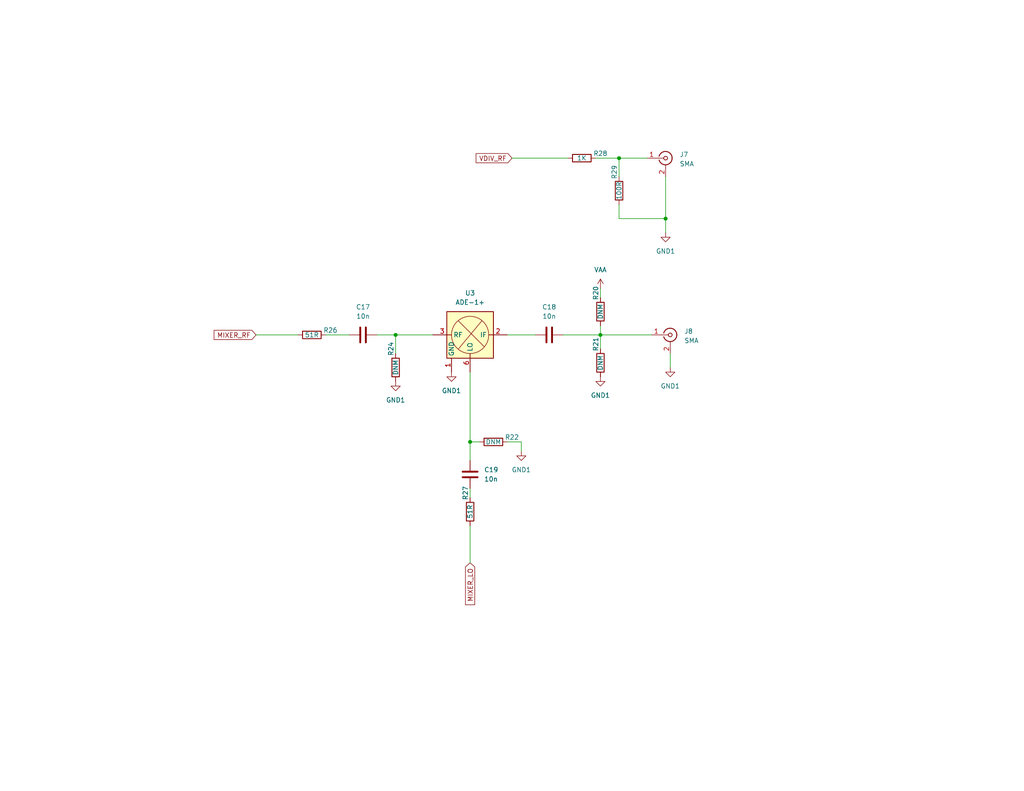
<source format=kicad_sch>
(kicad_sch (version 20231120) (generator "eeschema") (generator_version "8.0")
  (paper "USLetter")
  (lib_symbols
    (symbol "Connector:Conn_Coaxial" (pin_names (offset 1.016) hide)
      (property "Reference" "J" (at 0.254 3.048 0))
      (property "Value" "Conn_Coaxial" (at 2.921 0 90))
      (symbol "Conn_Coaxial_0_1"
        (arc (start -1.778 -0.508) (mid 0.2311 -1.8066) (end 1.778 0) (stroke (width 0.254)))
        (polyline (pts (xy -2.54 0) (xy -0.508 0)))
        (polyline (pts (xy 0 -2.54) (xy 0 -1.778)))
        (circle (center 0 0) (radius 0.508) (stroke (width 0.2032)))
        (arc (start 1.778 0) (mid 0.2099 1.8101) (end -1.778 0.508) (stroke (width 0.254)))
      )
      (symbol "Conn_Coaxial_1_1"
        (pin passive line (at -5.08 0 0) (length 2.54) (name "In") (number "1"))
        (pin passive line (at 0 -5.08 90) (length 2.54) (name "Ext") (number "2"))
      )
    )
    (symbol "Device:C" (pin_numbers hide) (pin_names (offset 0.254))
      (property "Reference" "C" (at 0.635 2.54 0))
      (property "Value" "C" (at 0.635 -2.54 0))
      (symbol "C_0_1"
        (polyline (pts (xy -2.032 -0.762) (xy 2.032 -0.762)) (stroke (width 0.508)))
        (polyline (pts (xy -2.032 0.762) (xy 2.032 0.762)) (stroke (width 0.508)))
      )
      (symbol "C_1_1"
        (pin passive line (at 0 3.81 270) (length 2.794) (name "~") (number "1"))
        (pin passive line (at 0 -3.81 90) (length 2.794) (name "~") (number "2"))
      )
    )
    (symbol "Device:R" (pin_numbers hide) (pin_names (offset 0))
      (property "Reference" "R" (at 2.032 0 90))
      (property "Value" "R" (at 0 0 90))
      (symbol "R_0_1"
        (rectangle (start -1.016 -2.54) (end 1.016 2.54) (stroke (width 0.254)))
      )
      (symbol "R_1_1"
        (pin passive line (at 0 3.81 270) (length 1.27) (name "~") (number "1"))
        (pin passive line (at 0 -3.81 90) (length 1.27) (name "~") (number "2"))
      )
    )
    (symbol "RF_Mixer:ADE-6"
      (property "Reference" "U" (at -6.35 7.62 0))
      (property "Value" "ADE-6" (at 6.35 7.62 0))
      (symbol "ADE-6_0_1"
        (rectangle (start -6.35 6.35) (end 6.35 -6.35) (stroke (width 0.254)) (fill (type background)))
        (polyline (pts (xy -3.175 -3.81) (xy 3.175 3.81)))
        (polyline (pts (xy 3.81 -3.175) (xy -3.175 3.81)))
        (circle (center 0 0) (radius 5.08))
      )
      (symbol "ADE-6_1_1"
        (pin power_in line (at -5.08 -10.16 90) (length 3.81) (name "GND") (number "1"))
        (pin output line (at 10.16 0 180) (length 5.08) (name "IF") (number "2"))
        (pin input line (at -10.16 0 0) (length 5.08) (name "RF") (number "3"))
        (pin passive line (at -5.08 -10.16 90) (length 3.81) hide (name "GND") (number "4"))
        (pin passive line (at -5.08 -10.16 90) (length 3.81) hide (name "GND") (number "5"))
        (pin input line (at 0 -10.16 90) (length 5.08) (name "LO") (number "6"))
      )
    )
    (symbol "power:GND1" (power) (pin_names (offset 0))
      (property "Value" "GND1" (at 0 -3.81 0))
      (symbol "GND1_0_1"
        (polyline (pts (xy 0 0) (xy 0 -1.27) (xy 1.27 -1.27) (xy 0 -2.54) (xy -1.27 -1.27) (xy 0 -1.27)))
      )
      (symbol "GND1_1_1"
        (pin power_in line (at 0 0 270) (length 0) hide (name "GND1") (number "1"))
      )
    )
    (symbol "power:VAA" (power) (pin_names (offset 0))
      (property "Value" "VAA" (at 0 3.81 0))
      (symbol "VAA_0_1"
        (polyline (pts (xy -0.762 1.27) (xy 0 2.54)))
        (polyline (pts (xy 0 0) (xy 0 2.54)))
        (polyline (pts (xy 0 2.54) (xy 0.762 1.27)))
      )
      (symbol "VAA_1_1"
        (pin power_in line (at 0 0 90) (length 0) hide (name "VAA") (number "1"))
      )
    )
  )
  (junction (at 163.83 91.44))
  (junction (at 128.27 120.65))
  (junction (at 107.95 91.44))
  (junction (at 181.61 59.69))
  (junction (at 168.91 43.18))
  (wire (pts (xy 168.91 59.69) (xy 168.91 55.88)))
  (wire (pts (xy 142.24 123.19) (xy 142.24 120.65)))
  (wire (pts (xy 181.61 59.69) (xy 181.61 63.5)))
  (wire (pts (xy 128.27 120.65) (xy 128.27 125.73)))
  (wire (pts (xy 138.43 120.65) (xy 142.24 120.65)))
  (wire (pts (xy 138.43 91.44) (xy 146.05 91.44)))
  (wire (pts (xy 168.91 43.18) (xy 168.91 48.26)))
  (wire (pts (xy 163.83 88.9) (xy 163.83 91.44)))
  (wire (pts (xy 168.91 43.18) (xy 176.53 43.18)))
  (wire (pts (xy 107.95 91.44) (xy 107.95 96.52)))
  (wire (pts (xy 163.83 91.44) (xy 163.83 95.25)))
  (wire (pts (xy 162.56 43.18) (xy 168.91 43.18)))
  (wire (pts (xy 107.95 91.44) (xy 118.11 91.44)))
  (wire (pts (xy 182.88 96.52) (xy 182.88 100.33)))
  (wire (pts (xy 128.27 143.51) (xy 128.27 153.67)))
  (wire (pts (xy 181.61 59.69) (xy 168.91 59.69)))
  (wire (pts (xy 128.27 133.35) (xy 128.27 135.89)))
  (wire (pts (xy 139.7 43.18) (xy 154.94 43.18)))
  (wire (pts (xy 128.27 101.6) (xy 128.27 120.65)))
  (wire (pts (xy 163.83 78.74) (xy 163.83 81.28)))
  (wire (pts (xy 163.83 91.44) (xy 177.8 91.44)))
  (wire (pts (xy 153.67 91.44) (xy 163.83 91.44)))
  (wire (pts (xy 181.61 48.26) (xy 181.61 59.69)))
  (wire (pts (xy 128.27 120.65) (xy 130.81 120.65)))
  (wire (pts (xy 88.9 91.44) (xy 95.25 91.44)))
  (wire (pts (xy 69.85 91.44) (xy 81.28 91.44)))
  (wire (pts (xy 102.87 91.44) (xy 107.95 91.44)))
  (global_label "MIXER_LO" (shape input) (at 128.27 153.67 270) (property "Intersheetrefs" "${INTERSHEET_REFS}" (effects (hide yes))))
  (global_label "MIXER_RF" (shape input) (at 69.85 91.44 180) (property "Intersheetrefs" "${INTERSHEET_REFS}" (effects (hide yes))))
  (global_label "VDIV_RF" (shape input) (at 139.7 43.18 180) (property "Intersheetrefs" "${INTERSHEET_REFS}" (effects (hide yes))))
  (symbol (lib_id "Device:R") (at 85.09 91.44 90) (unit 1)
    (property "Reference" "R26" (at 90.17 90.17 90))
    (property "Value" "51R" (at 85.09 91.44 90))
    (property "Footprint" "Resistor_SMD:R_0603_1608Metric" (effects (hide yes)))
  )
  (symbol (lib_id "power:GND1") (at 163.83 102.87 0) (unit 1)
    (property "Reference" "#PWR040" (effects (hide yes)))
    (property "Value" "GND1" (at 163.83 107.95 0))
  )
  (symbol (lib_id "Device:C") (at 128.27 129.54 180) (unit 1)
    (property "Reference" "C19" (at 132.08 128.27 0) (effects (justify right)))
    (property "Value" "10n" (at 132.08 130.81 0) (effects (justify right)))
    (property "Footprint" "Resistor_SMD:R_0603_1608Metric" (effects (hide yes)))
  )
  (symbol (lib_id "power:GND1") (at 123.19 101.6 0) (unit 1)
    (property "Reference" "#PWR044" (effects (hide yes)))
    (property "Value" "GND1" (at 123.19 106.68 0))
  )
  (symbol (lib_id "power:GND1") (at 107.95 104.14 0) (unit 1)
    (property "Reference" "#PWR042" (effects (hide yes)))
    (property "Value" "GND1" (at 107.95 109.22 0))
  )
  (symbol (lib_id "Device:R") (at 168.91 52.07 180) (unit 1)
    (property "Reference" "R29" (at 167.64 46.99 90))
    (property "Value" "100R" (at 168.91 52.07 90))
    (property "Footprint" "Resistor_SMD:R_0603_1608Metric" (effects (hide yes)))
  )
  (symbol (lib_id "Device:R") (at 128.27 139.7 180) (unit 1)
    (property "Reference" "R27" (at 127 134.62 90))
    (property "Value" "51R" (at 128.27 139.7 90))
    (property "Footprint" "Resistor_SMD:R_0603_1608Metric" (effects (hide yes)))
  )
  (symbol (lib_id "power:GND1") (at 182.88 100.33 0) (unit 1)
    (property "Reference" "#PWR041" (effects (hide yes)))
    (property "Value" "GND1" (at 182.88 105.41 0))
  )
  (symbol (lib_id "RF_Mixer:ADE-6") (at 128.27 91.44 0) (unit 1)
    (property "Reference" "U3" (at 128.27 80.01 0))
    (property "Value" "ADE-1+" (at 128.27 82.55 0))
    (property "Footprint" "RF_Mini-Circuits:Mini-Circuits_CD542_LandPatternPL-052" (effects (hide yes)))
    (property "Datasheet" "https://www.minicircuits.com/pdfs/ADE-6.pdf" (effects (hide yes)))
  )
  (symbol (lib_id "power:VAA") (at 163.83 78.74 0) (unit 1)
    (property "Reference" "#PWR045" (effects (hide yes)))
    (property "Value" "VAA" (at 163.83 73.66 0))
  )
  (symbol (lib_id "Connector:Conn_Coaxial") (at 182.88 91.44 0) (unit 1)
    (property "Reference" "J8" (at 186.69 90.4632 0) (effects (justify left)))
    (property "Value" "SMA" (at 186.69 93.0032 0) (effects (justify left)))
    (property "Footprint" "Connector_Coaxial:SMA_Molex_73251-1153_EdgeMount_Horizontal" (effects (hide yes)))
    (property "Datasheet" " ~" (effects (hide yes)))
  )
  (symbol (lib_id "Device:R") (at 107.95 100.33 180) (unit 1)
    (property "Reference" "R24" (at 106.68 95.25 90))
    (property "Value" "DNM" (at 107.95 100.33 90))
    (property "Footprint" "Resistor_SMD:R_0603_1608Metric" (effects (hide yes)))
  )
  (symbol (lib_id "Device:R") (at 158.75 43.18 90) (unit 1)
    (property "Reference" "R28" (at 163.83 41.91 90))
    (property "Value" "1K" (at 158.75 43.18 90))
    (property "Footprint" "Resistor_SMD:R_0603_1608Metric" (effects (hide yes)))
  )
  (symbol (lib_id "Device:C") (at 149.86 91.44 90) (unit 1)
    (property "Reference" "C18" (at 149.86 83.82 90))
    (property "Value" "10n" (at 149.86 86.36 90))
    (property "Footprint" "Resistor_SMD:R_0603_1608Metric" (effects (hide yes)))
  )
  (symbol (lib_id "Device:R") (at 163.83 85.09 180) (unit 1)
    (property "Reference" "R20" (at 162.56 80.01 90))
    (property "Value" "DNM" (at 163.83 85.09 90))
    (property "Footprint" "Resistor_SMD:R_0603_1608Metric" (effects (hide yes)))
  )
  (symbol (lib_id "power:GND1") (at 142.24 123.19 0) (unit 1)
    (property "Reference" "#PWR043" (effects (hide yes)))
    (property "Value" "GND1" (at 142.24 128.27 0))
  )
  (symbol (lib_id "Connector:Conn_Coaxial") (at 181.61 43.18 0) (unit 1)
    (property "Reference" "J7" (at 185.42 42.2032 0) (effects (justify left)))
    (property "Value" "SMA" (at 185.42 44.7432 0) (effects (justify left)))
    (property "Footprint" "Connector_Coaxial:SMA_Molex_73251-1153_EdgeMount_Horizontal" (effects (hide yes)))
    (property "Datasheet" " ~" (effects (hide yes)))
  )
  (symbol (lib_id "Device:R") (at 163.83 99.06 180) (unit 1)
    (property "Reference" "R21" (at 162.56 93.98 90))
    (property "Value" "DNM" (at 163.83 99.06 90))
    (property "Footprint" "Resistor_SMD:R_0603_1608Metric" (effects (hide yes)))
  )
  (symbol (lib_id "Device:R") (at 134.62 120.65 90) (unit 1)
    (property "Reference" "R22" (at 139.7 119.38 90))
    (property "Value" "DNM" (at 134.62 120.65 90))
    (property "Footprint" "Resistor_SMD:R_0603_1608Metric" (effects (hide yes)))
  )
  (symbol (lib_id "power:GND1") (at 181.61 63.5 0) (unit 1)
    (property "Reference" "#PWR046" (effects (hide yes)))
    (property "Value" "GND1" (at 181.61 68.58 0))
  )
  (symbol (lib_id "Device:C") (at 99.06 91.44 90) (unit 1)
    (property "Reference" "C17" (at 99.06 83.82 90))
    (property "Value" "10n" (at 99.06 86.36 90))
    (property "Footprint" "Resistor_SMD:R_0603_1608Metric" (effects (hide yes)))
  )
)
</source>
